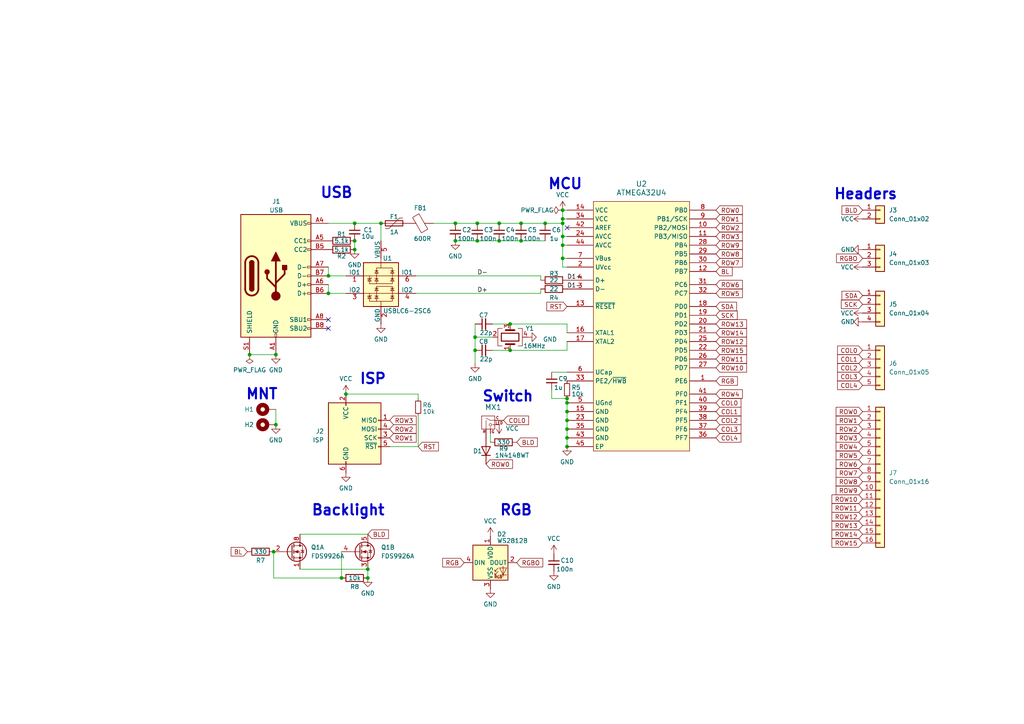
<source format=kicad_sch>
(kicad_sch (version 20211123) (generator eeschema)
  (paper "A4")
  (title_block (title "micro") (date "2021-06-26") (rev "1.0") (company "0xCB") (comment 1 "Conor Burns"))
  (lib_symbols
    (symbol "0xcb:ATMEGA32U4"
      (property "Reference" "U" (at -17.78 30.48 0))
      (property "Value" "ATMEGA32U4" (at -5.08 30.48 0))
      (symbol "ATMEGA32U4_1_1"
        (pin bidirectional line (at 16.51 -22.86 180) (length 7.62) (name "PE6") (number "1"))
        (pin bidirectional line (at 16.51 21.59 180) (length 7.62) (name "PB2/MOSI") (number "10"))
        (pin bidirectional line (at 16.51 19.05 180) (length 7.62) (name "PB3/MISO") (number "11"))
        (pin bidirectional line (at 16.51 8.89 180) (length 7.62) (name "PB7") (number "12"))
        (pin input line (at -26.67 -1.27 0) (length 7.62) (name "~{RESET}") (number "13"))
        (pin power_in line (at -26.67 26.67 0) (length 7.62) (name "VCC") (number "14"))
        (pin power_in line (at -26.67 -31.75 0) (length 7.62) (name "GND") (number "15"))
        (pin input line (at -26.67 -8.89 0) (length 7.62) (name "XTAL1") (number "16"))
        (pin output line (at -26.67 -11.43 0) (length 7.62) (name "XTAL2") (number "17"))
        (pin bidirectional line (at 16.51 -1.27 180) (length 7.62) (name "PD0") (number "18"))
        (pin bidirectional line (at 16.51 -3.81 180) (length 7.62) (name "PD1") (number "19"))
        (pin power_in line (at -26.67 10.16 0) (length 7.62) (name "UVcc") (number "2"))
        (pin bidirectional line (at 16.51 -6.35 180) (length 7.62) (name "PD2") (number "20"))
        (pin bidirectional line (at 16.51 -8.89 180) (length 7.62) (name "PD3") (number "21"))
        (pin bidirectional line (at 16.51 -13.97 180) (length 7.62) (name "PD5") (number "22"))
        (pin power_in line (at -26.67 -34.29 0) (length 7.62) (name "GND") (number "23"))
        (pin power_in line (at -26.67 19.05 0) (length 7.62) (name "AVCC") (number "24"))
        (pin bidirectional line (at 16.51 -11.43 180) (length 7.62) (name "PD4") (number "25"))
        (pin bidirectional line (at 16.51 -16.51 180) (length 7.62) (name "PD6") (number "26"))
        (pin bidirectional line (at 16.51 -19.05 180) (length 7.62) (name "PD7") (number "27"))
        (pin bidirectional line (at 16.51 16.51 180) (length 7.62) (name "PB4") (number "28"))
        (pin bidirectional line (at 16.51 13.97 180) (length 7.62) (name "PB5") (number "29"))
        (pin bidirectional line (at -26.67 3.81 0) (length 7.62) (name "D-") (number "3"))
        (pin bidirectional line (at 16.51 11.43 180) (length 7.62) (name "PB6") (number "30"))
        (pin bidirectional line (at 16.51 5.08 180) (length 7.62) (name "PC6") (number "31"))
        (pin bidirectional line (at 16.51 2.54 180) (length 7.62) (name "PC7") (number "32"))
        (pin bidirectional line (at -26.67 -22.86 0) (length 7.62) (name "PE2/~{HWB}") (number "33"))
        (pin power_in line (at -26.67 24.13 0) (length 7.62) (name "VCC") (number "34"))
        (pin power_in line (at -26.67 -36.83 0) (length 7.62) (name "GND") (number "35"))
        (pin bidirectional line (at 16.51 -39.37 180) (length 7.62) (name "PF7") (number "36"))
        (pin bidirectional line (at 16.51 -36.83 180) (length 7.62) (name "PF6") (number "37"))
        (pin bidirectional line (at 16.51 -34.29 180) (length 7.62) (name "PF5") (number "38"))
        (pin bidirectional line (at 16.51 -31.75 180) (length 7.62) (name "PF4") (number "39"))
        (pin bidirectional line (at -26.67 6.35 0) (length 7.62) (name "D+") (number "4"))
        (pin bidirectional line (at 16.51 -29.21 180) (length 7.62) (name "PF1") (number "40"))
        (pin bidirectional line (at 16.51 -26.67 180) (length 7.62) (name "PF0") (number "41"))
        (pin input line (at -26.67 21.59 0) (length 7.62) (name "AREF") (number "42"))
        (pin power_in line (at -26.67 -39.37 0) (length 7.62) (name "GND") (number "43"))
        (pin power_in line (at -26.67 16.51 0) (length 7.62) (name "AVCC") (number "44"))
        (pin power_in line (at -26.67 -41.91 0) (length 7.62) (name "EP") (number "45"))
        (pin power_in line (at -26.67 -29.21 0) (length 7.62) (name "UGnd") (number "5"))
        (pin input line (at -26.67 -20.32 0) (length 7.62) (name "UCap") (number "6"))
        (pin input line (at -26.67 12.7 0) (length 7.62) (name "VBus") (number "7"))
        (pin bidirectional line (at 16.51 26.67 180) (length 7.62) (name "PB0") (number "8"))
        (pin bidirectional line (at 16.51 24.13 180) (length 7.62) (name "PB1/SCK") (number "9"))
      )
    )
    (symbol "0xcb:Ferrite_Bead" (pin_numbers hide) (pin_names (offset 0))
      (property "Reference" "FB" (at -2.54 1.27 0))
      (property "Value" "Ferrite_Bead" (at 0 3.81 0))
      (symbol "Ferrite_Bead_1_1"
        (pin power_out line (at 3.81 0 180) (length 2.54) (name "~") (number "1"))
        (pin passive line (at -3.81 0 0) (length 2.54) (name "~") (number "2"))
      )
    )
    (symbol "0xcb:MX-LED" (pin_names (offset 1.016))
      (property "Reference" "MX2" (at -0.635 -4.1945 90))
      (symbol "MX-LED_0_0"
        (text "C" (at 2.032 2.032 0) (effects (font (size 0.762 0.762))))
        (text "LED" (at 2.54 0.508 0) (effects (font (size 0.762 0.762))))
        (text "R" (at -2.286 -2.032 0) (effects (font (size 0.762 0.762)) (justify left)))
      )
      (symbol "MX-LED_1_0"
        (text "G" (at 0.254 -2.032 0) (effects (font (size 0.762 0.762)) (justify left)))
      )
      (symbol "MX-LED_1_1"
        (pin passive line (at 3.81 1.27 180) (length 2.54) (name "COL") (number "1"))
        (pin passive line (at -1.27 -3.81 90) (length 2.54) (name "ROW") (number "2"))
        (pin input line (at 2.54 0 180) (length 1.27) (name "LED") (number "3"))
        (pin passive line (at 0 -2.54 90) (length 1.27) (name "LEDGND") (number "4"))
      )
    )
    (symbol "0xcb:USBLC6-2SC6" (pin_names (offset 0))
      (property "Reference" "U" (at -7.62 8.89 0))
      (property "Value" "USBLC6-2SC6" (at 7.62 7.62 0))
      (symbol "USBLC6-2SC6_1_1"
        (pin passive line (at -10.16 2.54 0) (length 5.08) (name "IO1") (number "1"))
        (pin passive line (at 0 -11.43 90) (length 5.08) (name "GND") (number "2"))
        (pin passive line (at -10.16 -2.54 0) (length 5.08) (name "IO2") (number "3"))
        (pin passive line (at 10.16 -2.54 180) (length 5.08) (name "IO2") (number "4"))
        (pin passive line (at 0 12.7 270) (length 5.08) (name "VBUS") (number "5"))
        (pin passive line (at 10.16 2.54 180) (length 5.08) (name "IO1") (number "6"))
      )
    )
    (symbol "Connector:AVR-ISP-6" (pin_names (offset 1.016))
      (property "Reference" "J" (at -6.35 11.43 0))
      (property "Value" "AVR-ISP-6" (at 0 11.43 0))
      (symbol "AVR-ISP-6_1_1"
        (pin passive line (at 10.16 5.08 180) (length 2.54) (name "MISO") (number "1"))
        (pin passive line (at -2.54 12.7 270) (length 2.54) (name "VCC") (number "2"))
        (pin passive line (at 10.16 0 180) (length 2.54) (name "SCK") (number "3"))
        (pin passive line (at 10.16 2.54 180) (length 2.54) (name "MOSI") (number "4"))
        (pin passive line (at 10.16 -2.54 180) (length 2.54) (name "~{RST}") (number "5"))
        (pin passive line (at -2.54 -10.16 90) (length 2.54) (name "GND") (number "6"))
      )
    )
    (symbol "Connector:USB_C_Receptacle_USB2.0" (pin_names (offset 1.016))
      (property "Reference" "J" (at -10.16 19.05 0))
      (property "Value" "USB_C_Receptacle_USB2.0" (at 19.05 19.05 0))
      (symbol "USB_C_Receptacle_USB2.0_1_1"
        (pin passive line (at 0 -22.86 90) (length 5.08) (name "GND") (number "A1"))
        (pin passive line (at 0 -22.86 90) (length 5.08) hide (name "GND") (number "A12"))
        (pin passive line (at 15.24 15.24 180) (length 5.08) (name "VBUS") (number "A4"))
        (pin bidirectional line (at 15.24 10.16 180) (length 5.08) (name "CC1") (number "A5"))
        (pin bidirectional line (at 15.24 -2.54 180) (length 5.08) (name "D+") (number "A6"))
        (pin bidirectional line (at 15.24 2.54 180) (length 5.08) (name "D-") (number "A7"))
        (pin bidirectional line (at 15.24 -12.7 180) (length 5.08) (name "SBU1") (number "A8"))
        (pin passive line (at 15.24 15.24 180) (length 5.08) hide (name "VBUS") (number "A9"))
        (pin passive line (at 0 -22.86 90) (length 5.08) hide (name "GND") (number "B1"))
        (pin passive line (at 0 -22.86 90) (length 5.08) hide (name "GND") (number "B12"))
        (pin passive line (at 15.24 15.24 180) (length 5.08) hide (name "VBUS") (number "B4"))
        (pin bidirectional line (at 15.24 7.62 180) (length 5.08) (name "CC2") (number "B5"))
        (pin bidirectional line (at 15.24 -5.08 180) (length 5.08) (name "D+") (number "B6"))
        (pin bidirectional line (at 15.24 0 180) (length 5.08) (name "D-") (number "B7"))
        (pin bidirectional line (at 15.24 -15.24 180) (length 5.08) (name "SBU2") (number "B8"))
        (pin passive line (at 15.24 15.24 180) (length 5.08) hide (name "VBUS") (number "B9"))
        (pin passive line (at -7.62 -22.86 90) (length 5.08) (name "SHIELD") (number "S1"))
      )
    )
    (symbol "Connector_Generic:Conn_01x02" (pin_names (offset 1.016) hide)
      (property "Reference" "J" (at 0 2.54 0))
      (property "Value" "Conn_01x02" (at 0 -5.08 0))
      (symbol "Conn_01x02_1_1"
        (pin passive line (at -5.08 0 0) (length 3.81) (name "Pin_1") (number "1"))
        (pin passive line (at -5.08 -2.54 0) (length 3.81) (name "Pin_2") (number "2"))
      )
    )
    (symbol "Connector_Generic:Conn_01x03" (pin_names (offset 1.016) hide)
      (property "Reference" "J" (at 0 5.08 0))
      (property "Value" "Conn_01x03" (at 0 -5.08 0))
      (symbol "Conn_01x03_1_1"
        (pin passive line (at -5.08 2.54 0) (length 3.81) (name "Pin_1") (number "1"))
        (pin passive line (at -5.08 0 0) (length 3.81) (name "Pin_2") (number "2"))
        (pin passive line (at -5.08 -2.54 0) (length 3.81) (name "Pin_3") (number "3"))
      )
    )
    (symbol "Connector_Generic:Conn_01x04" (pin_names (offset 1.016) hide)
      (property "Reference" "J" (at 0 5.08 0))
      (property "Value" "Conn_01x04" (at 0 -7.62 0))
      (symbol "Conn_01x04_1_1"
        (pin passive line (at -5.08 2.54 0) (length 3.81) (name "Pin_1") (number "1"))
        (pin passive line (at -5.08 0 0) (length 3.81) (name "Pin_2") (number "2"))
        (pin passive line (at -5.08 -2.54 0) (length 3.81) (name "Pin_3") (number "3"))
        (pin passive line (at -5.08 -5.08 0) (length 3.81) (name "Pin_4") (number "4"))
      )
    )
    (symbol "Connector_Generic:Conn_01x05" (pin_names (offset 1.016) hide)
      (property "Reference" "J" (at 0 7.62 0))
      (property "Value" "Conn_01x05" (at 0 -7.62 0))
      (symbol "Conn_01x05_1_1"
        (pin passive line (at -5.08 5.08 0) (length 3.81) (name "Pin_1") (number "1"))
        (pin passive line (at -5.08 2.54 0) (length 3.81) (name "Pin_2") (number "2"))
        (pin passive line (at -5.08 0 0) (length 3.81) (name "Pin_3") (number "3"))
        (pin passive line (at -5.08 -2.54 0) (length 3.81) (name "Pin_4") (number "4"))
        (pin passive line (at -5.08 -5.08 0) (length 3.81) (name "Pin_5") (number "5"))
      )
    )
    (symbol "Connector_Generic:Conn_01x16" (pin_names (offset 1.016) hide)
      (property "Reference" "J" (at 0 20.32 0))
      (property "Value" "Conn_01x16" (at 0 -22.86 0))
      (symbol "Conn_01x16_1_1"
        (pin passive line (at -5.08 17.78 0) (length 3.81) (name "Pin_1") (number "1"))
        (pin passive line (at -5.08 -5.08 0) (length 3.81) (name "Pin_10") (number "10"))
        (pin passive line (at -5.08 -7.62 0) (length 3.81) (name "Pin_11") (number "11"))
        (pin passive line (at -5.08 -10.16 0) (length 3.81) (name "Pin_12") (number "12"))
        (pin passive line (at -5.08 -12.7 0) (length 3.81) (name "Pin_13") (number "13"))
        (pin passive line (at -5.08 -15.24 0) (length 3.81) (name "Pin_14") (number "14"))
        (pin passive line (at -5.08 -17.78 0) (length 3.81) (name "Pin_15") (number "15"))
        (pin passive line (at -5.08 -20.32 0) (length 3.81) (name "Pin_16") (number "16"))
        (pin passive line (at -5.08 15.24 0) (length 3.81) (name "Pin_2") (number "2"))
        (pin passive line (at -5.08 12.7 0) (length 3.81) (name "Pin_3") (number "3"))
        (pin passive line (at -5.08 10.16 0) (length 3.81) (name "Pin_4") (number "4"))
        (pin passive line (at -5.08 7.62 0) (length 3.81) (name "Pin_5") (number "5"))
        (pin passive line (at -5.08 5.08 0) (length 3.81) (name "Pin_6") (number "6"))
        (pin passive line (at -5.08 2.54 0) (length 3.81) (name "Pin_7") (number "7"))
        (pin passive line (at -5.08 0 0) (length 3.81) (name "Pin_8") (number "8"))
        (pin passive line (at -5.08 -2.54 0) (length 3.81) (name "Pin_9") (number "9"))
      )
    )
    (symbol "Device:C_Small" (pin_numbers hide) (pin_names (offset 0.254) hide)
      (property "Reference" "C" (at 0.254 1.778 0))
      (property "Value" "C_Small" (at 0.254 -2.032 0))
      (symbol "C_Small_1_1"
        (pin passive line (at 0 2.54 270) (length 2.032) (name "~") (number "1"))
        (pin passive line (at 0 -2.54 90) (length 2.032) (name "~") (number "2"))
      )
    )
    (symbol "Device:Crystal_GND24" (pin_names (offset 1.016) hide)
      (property "Reference" "Y" (at 3.175 5.08 0))
      (property "Value" "Crystal_GND24" (at 3.175 3.175 0))
      (symbol "Crystal_GND24_1_1"
        (pin passive line (at -3.81 0 0) (length 1.27) (name "1") (number "1"))
        (pin passive line (at 0 5.08 270) (length 1.27) (name "2") (number "2"))
        (pin passive line (at 3.81 0 180) (length 1.27) (name "3") (number "3"))
        (pin passive line (at 0 -5.08 90) (length 1.27) (name "4") (number "4"))
      )
    )
    (symbol "Device:Polyfuse" (pin_numbers hide) (pin_names (offset 0))
      (property "Reference" "F" (at -2.54 0 90))
      (property "Value" "Polyfuse" (at 2.54 0 90))
      (symbol "Polyfuse_1_1"
        (pin passive line (at 0 3.81 270) (length 1.27) (name "~") (number "1"))
        (pin passive line (at 0 -3.81 90) (length 1.27) (name "~") (number "2"))
      )
    )
    (symbol "Device:R" (pin_numbers hide) (pin_names (offset 0))
      (property "Reference" "R" (at 2.032 0 90))
      (property "Value" "R" (at 0 0 90))
      (symbol "R_1_1"
        (pin passive line (at 0 3.81 270) (length 1.27) (name "~") (number "1"))
        (pin passive line (at 0 -3.81 90) (length 1.27) (name "~") (number "2"))
      )
    )
    (symbol "Device:R_Small" (pin_numbers hide) (pin_names (offset 0.254) hide)
      (property "Reference" "R" (at 0.762 0.508 0))
      (property "Value" "R_Small" (at 0.762 -1.016 0))
      (symbol "R_Small_1_1"
        (pin passive line (at 0 2.54 270) (length 0.762) (name "~") (number "1"))
        (pin passive line (at 0 -2.54 90) (length 0.762) (name "~") (number "2"))
      )
    )
    (symbol "Diode:1N4148WT" (pin_numbers hide) (pin_names (offset 1.016) hide)
      (property "Reference" "D" (at 0 2.54 0))
      (property "Value" "1N4148WT" (at 0 -2.54 0))
      (symbol "1N4148WT_1_1"
        (pin passive line (at -3.81 0 0) (length 2.54) (name "K") (number "1"))
        (pin passive line (at 3.81 0 180) (length 2.54) (name "A") (number "2"))
      )
    )
    (symbol "LED:WS2812B" (pin_names (offset 0.254))
      (property "Reference" "D" (at 5.08 5.715 0))
      (property "Value" "WS2812B" (at 1.27 -5.715 0))
      (symbol "WS2812B_0_0"
        (text "RGB" (at 2.286 -4.191 0) (effects (font (size 0.762 0.762))))
      )
      (symbol "WS2812B_1_1"
        (pin power_in line (at 0 7.62 270) (length 2.54) (name "VDD") (number "1"))
        (pin output line (at 7.62 0 180) (length 2.54) (name "DOUT") (number "2"))
        (pin power_in line (at 0 -7.62 90) (length 2.54) (name "VSS") (number "3"))
        (pin input line (at -7.62 0 0) (length 2.54) (name "DIN") (number "4"))
      )
    )
    (symbol "Mechanical:MountingHole_Pad" (pin_numbers hide) (pin_names (offset 1.016) hide)
      (property "Reference" "H" (at 0 6.35 0))
      (property "Value" "MountingHole_Pad" (at 0 4.445 0))
      (symbol "MountingHole_Pad_1_1"
        (pin input line (at 0 -2.54 90) (length 2.54) (name "1") (number "1"))
      )
    )
    (symbol "Transistor_FET:FDS9926A" (pin_names hide)
      (property "Reference" "Q" (at 5.08 1.905 0))
      (property "Value" "FDS9926A" (at 5.08 0 0))
      (symbol "FDS9926A_1_1"
        (pin passive line (at 2.54 -5.08 90) (length 2.54) (name "S1") (number "1"))
        (pin passive line (at -5.08 0 0) (length 2.54) (name "G1") (number "2"))
        (pin passive line (at 2.54 5.08 270) (length 2.54) hide (name "D1") (number "7"))
        (pin passive line (at 2.54 5.08 270) (length 2.54) (name "D1") (number "8"))
      )
      (symbol "FDS9926A_2_1"
        (pin passive line (at 2.54 -5.08 90) (length 2.54) (name "S2") (number "3"))
        (pin passive line (at -5.08 0 0) (length 2.54) (name "G2") (number "4"))
        (pin passive line (at 2.54 5.08 270) (length 2.54) (name "D2") (number "5"))
        (pin passive line (at 2.54 5.08 270) (length 2.54) hide (name "D2") (number "6"))
      )
    )
    (symbol "power:GND" (power) (pin_names (offset 0))
      (property "Value" "GND" (at 0 -3.81 0))
      (symbol "GND_1_1"
        (pin power_in line (at 0 0 270) (length 0) hide (name "GND") (number "1"))
      )
    )
    (symbol "power:PWR_FLAG" (power) (pin_numbers hide) (pin_names (offset 0) hide)
      (property "Value" "PWR_FLAG" (at 0 3.81 0))
      (symbol "PWR_FLAG_0_0"
        (pin power_out line (at 0 0 90) (length 0) (name "pwr") (number "1"))
      )
    )
    (symbol "power:VCC" (power) (pin_names (offset 0))
      (property "Value" "VCC" (at 0 3.81 0))
      (symbol "VCC_1_1"
        (pin power_in line (at 0 0 90) (length 0) hide (name "VCC") (number "1"))
      )
    )
  )
  (junction (at 163.195 68.58) (diameter 0.9144))
  (junction (at 99.06 167.64) (diameter 0.9144))
  (junction (at 137.795 97.79) (diameter 0.9144))
  (junction (at 95.25 85.09) (diameter 0.9144))
  (junction (at 163.195 60.96) (diameter 0.9144))
  (junction (at 158.115 64.77) (diameter 0.9144))
  (junction (at 106.68 167.64) (diameter 0.9144))
  (junction (at 102.87 64.77) (diameter 0.9144))
  (junction (at 72.39 102.87) (diameter 0.9144))
  (junction (at 80.01 102.87) (diameter 0.9144))
  (junction (at 163.195 74.93) (diameter 0.9144))
  (junction (at 163.195 63.5) (diameter 0.9144))
  (junction (at 151.13 69.85) (diameter 0.9144))
  (junction (at 164.465 119.38) (diameter 0.9144))
  (junction (at 164.465 124.46) (diameter 0.9144))
  (junction (at 144.78 64.77) (diameter 0.9144))
  (junction (at 144.78 69.85) (diameter 0.9144))
  (junction (at 132.08 64.77) (diameter 0.9144))
  (junction (at 163.195 71.12) (diameter 0.9144))
  (junction (at 137.795 101.6) (diameter 0.9144))
  (junction (at 80.01 123.19) (diameter 0.9144))
  (junction (at 151.13 64.77) (diameter 0.9144))
  (junction (at 147.955 101.6) (diameter 0.9144))
  (junction (at 138.43 64.77) (diameter 0.9144))
  (junction (at 106.68 165.1) (diameter 0.9144))
  (junction (at 164.465 129.54) (diameter 0.9144))
  (junction (at 79.375 160.02) (diameter 0.9144))
  (junction (at 164.465 115.57) (diameter 0.9144))
  (junction (at 102.87 69.85) (diameter 0.9144))
  (junction (at 102.87 72.39) (diameter 0.9144))
  (junction (at 147.955 93.98) (diameter 0.9144))
  (junction (at 164.465 127) (diameter 0.9144))
  (junction (at 100.33 114.3) (diameter 0.9144))
  (junction (at 95.25 80.01) (diameter 0.9144))
  (junction (at 164.465 121.92) (diameter 0.9144))
  (junction (at 138.43 69.85) (diameter 0.9144))
  (junction (at 132.08 69.85) (diameter 0.9144))
  (junction (at 110.49 64.77) (diameter 0.9144))
  (junction (at 164.465 116.84) (diameter 0.9144))
  (junction (at 163.195 64.77) (diameter 0.9144))
  (no_connect (at 164.465 66.04))
  (no_connect (at 95.25 92.71))
  (no_connect (at 95.25 95.25))
  (wire (pts (xy 95.25 64.77) (xy 102.87 64.77)))
  (wire (pts (xy 102.87 64.77) (xy 110.49 64.77)))
  (wire (pts (xy 110.49 64.77) (xy 110.49 69.85)))
  (wire (pts (xy 137.795 97.79) (xy 142.875 97.79)))
  (wire (pts (xy 72.39 102.87) (xy 80.01 102.87)))
  (wire (pts (xy 95.25 82.55) (xy 95.25 85.09)))
  (wire (pts (xy 137.795 93.98) (xy 137.795 97.79)))
  (wire (pts (xy 137.795 97.79) (xy 137.795 101.6)))
  (wire (pts (xy 125.73 64.77) (xy 132.08 64.77)))
  (wire (pts (xy 132.08 64.77) (xy 138.43 64.77)))
  (wire (pts (xy 138.43 64.77) (xy 144.78 64.77)))
  (wire (pts (xy 144.78 64.77) (xy 151.13 64.77)))
  (wire (pts (xy 151.13 64.77) (xy 158.115 64.77)))
  (wire (pts (xy 160.02 107.95) (xy 164.465 107.95)))
  (wire (pts (xy 164.465 93.98) (xy 147.955 93.98)))
  (wire (pts (xy 164.465 96.52) (xy 164.465 93.98)))
  (wire (pts (xy 80.01 118.745) (xy 80.01 123.19)))
  (wire (pts (xy 95.25 80.01) (xy 100.33 80.01)))
  (wire (pts (xy 137.795 101.6) (xy 137.795 105.41)))
  (wire (pts (xy 120.65 80.01) (xy 156.845 80.01)))
  (wire (pts (xy 156.845 80.01) (xy 156.845 81.28)))
  (wire (pts (xy 163.195 64.77) (xy 158.115 64.77)))
  (wire (pts (xy 106.68 165.1) (xy 106.68 167.64)))
  (wire (pts (xy 142.24 128.27) (xy 142.24 125.73)))
  (wire (pts (xy 120.65 85.09) (xy 156.845 85.09)))
  (wire (pts (xy 156.845 85.09) (xy 156.845 83.82)))
  (wire (pts (xy 86.995 165.1) (xy 106.68 165.1)))
  (wire (pts (xy 163.195 63.5) (xy 163.195 64.77)))
  (wire (pts (xy 163.195 64.77) (xy 163.195 68.58)))
  (wire (pts (xy 163.195 68.58) (xy 163.195 71.12)))
  (wire (pts (xy 163.195 71.12) (xy 163.195 74.93)))
  (wire (pts (xy 163.195 74.93) (xy 163.195 77.47)))
  (wire (pts (xy 163.195 77.47) (xy 164.465 77.47)))
  (wire (pts (xy 164.465 60.96) (xy 163.195 60.96)))
  (wire (pts (xy 102.87 69.85) (xy 102.87 72.39)))
  (wire (pts (xy 113.03 129.54) (xy 121.285 129.54)))
  (wire (pts (xy 142.875 101.6) (xy 147.955 101.6)))
  (wire (pts (xy 164.465 115.57) (xy 164.465 116.84)))
  (wire (pts (xy 164.465 116.84) (xy 164.465 119.38)))
  (wire (pts (xy 164.465 119.38) (xy 164.465 121.92)))
  (wire (pts (xy 164.465 121.92) (xy 164.465 124.46)))
  (wire (pts (xy 164.465 124.46) (xy 164.465 127)))
  (wire (pts (xy 164.465 127) (xy 164.465 129.54)))
  (wire (pts (xy 163.195 68.58) (xy 164.465 68.58)))
  (wire (pts (xy 95.25 77.47) (xy 95.25 80.01)))
  (wire (pts (xy 142.875 93.98) (xy 147.955 93.98)))
  (wire (pts (xy 86.995 154.94) (xy 106.68 154.94)))
  (wire (pts (xy 121.285 120.65) (xy 121.285 129.54)))
  (wire (pts (xy 132.08 69.85) (xy 138.43 69.85)))
  (wire (pts (xy 138.43 69.85) (xy 144.78 69.85)))
  (wire (pts (xy 144.78 69.85) (xy 151.13 69.85)))
  (wire (pts (xy 151.13 69.85) (xy 158.115 69.85)))
  (wire (pts (xy 147.955 101.6) (xy 164.465 101.6)))
  (wire (pts (xy 164.465 101.6) (xy 164.465 99.06)))
  (wire (pts (xy 163.195 63.5) (xy 163.195 60.96)))
  (wire (pts (xy 121.285 114.3) (xy 100.33 114.3)))
  (wire (pts (xy 121.285 115.57) (xy 121.285 114.3)))
  (wire (pts (xy 163.195 74.93) (xy 164.465 74.93)))
  (wire (pts (xy 79.375 160.02) (xy 79.375 167.64)))
  (wire (pts (xy 79.375 167.64) (xy 99.06 167.64)))
  (wire (pts (xy 99.06 167.64) (xy 99.06 160.02)))
  (wire (pts (xy 95.25 85.09) (xy 100.33 85.09)))
  (wire (pts (xy 163.195 63.5) (xy 164.465 63.5)))
  (wire (pts (xy 160.02 113.03) (xy 160.02 115.57)))
  (wire (pts (xy 160.02 115.57) (xy 164.465 115.57)))
  (wire (pts (xy 163.195 71.12) (xy 164.465 71.12)))
  (text "Switch" (at 139.7 116.84 0) (effects (font (size 3 3) (thickness 0.6) bold) (justify left bottom)))
  (text "ISP" (at 104.14 111.76 0) (effects (font (size 3 3) (thickness 0.6) bold) (justify left bottom)))
  (text "Backlight" (at 90.17 149.86 0) (effects (font (size 3 3) (thickness 0.6) bold) (justify left bottom)))
  (text "MNT" (at 71.12 116.205 0) (effects (font (size 3 3) (thickness 0.6) bold) (justify left bottom)))
  (text "RGB" (at 144.78 149.86 0) (effects (font (size 3 3) (thickness 0.6) bold) (justify left bottom)))
  (text "Headers" (at 241.681 58.166 0) (effects (font (size 3 3) (thickness 0.6) bold) (justify left bottom)))
  (text "USB" (at 92.71 57.785 0) (effects (font (size 3 3) (thickness 0.6) bold) (justify left bottom)))
  (text "MCU" (at 158.75 55.245 0) (effects (font (size 3 3) (thickness 0.6) bold) (justify left bottom)))
  (label "D-" (at 138.43 80.01 0))
  (label "D1+" (at 164.465 81.28 0))
  (label "D+" (at 138.43 85.09 0))
  (label "D1-" (at 164.465 83.82 0))
  (global_label "COL1" (shape input) (at 250.19 104.14 180) (property "Intersheet References" "${INTERSHEET_REFS}" (effects hide)))
  (global_label "COL1" (shape input) (at 207.645 119.38 0) (property "Intersheet References" "${INTERSHEET_REFS}" (effects hide)))
  (global_label "COL0" (shape input) (at 146.05 121.92 0) (property "Intersheet References" "${INTERSHEET_REFS}" (effects hide)))
  (global_label "SCK" (shape input) (at 250.19 88.265 180) (property "Intersheet References" "${INTERSHEET_REFS}" (effects hide)))
  (global_label "COL4" (shape input) (at 250.19 111.76 180) (property "Intersheet References" "${INTERSHEET_REFS}" (effects hide)))
  (global_label "BLD" (shape input) (at 250.19 60.96 180) (property "Intersheet References" "${INTERSHEET_REFS}" (effects hide)))
  (global_label "SDA" (shape input) (at 207.645 88.9 0) (property "Intersheet References" "${INTERSHEET_REFS}" (effects hide)))
  (global_label "ROW5" (shape input) (at 207.645 85.09 0) (property "Intersheet References" "${INTERSHEET_REFS}" (effects hide)))
  (global_label "ROW3" (shape input) (at 113.03 121.92 0) (property "Intersheet References" "${INTERSHEET_REFS}" (effects hide)))
  (global_label "ROW3" (shape input) (at 207.645 68.58 0) (property "Intersheet References" "${INTERSHEET_REFS}" (effects hide)))
  (global_label "ROW3" (shape input) (at 250.19 127 180) (property "Intersheet References" "${INTERSHEET_REFS}" (effects hide)))
  (global_label "RST" (shape input) (at 121.285 129.54 0) (property "Intersheet References" "${INTERSHEET_REFS}" (effects hide)))
  (global_label "RGBO" (shape input) (at 149.86 163.195 0) (property "Intersheet References" "${INTERSHEET_REFS}" (effects hide)))
  (global_label "ROW2" (shape input) (at 250.19 124.46 180) (property "Intersheet References" "${INTERSHEET_REFS}" (effects hide)))
  (global_label "ROW0" (shape input) (at 140.97 134.62 0) (property "Intersheet References" "${INTERSHEET_REFS}" (effects hide)))
  (global_label "COL0" (shape input) (at 250.19 101.6 180) (property "Intersheet References" "${INTERSHEET_REFS}" (effects hide)))
  (global_label "ROW13" (shape input) (at 207.645 93.98 0) (property "Intersheet References" "${INTERSHEET_REFS}" (effects hide)))
  (global_label "BL" (shape input) (at 71.755 160.02 180) (property "Intersheet References" "${INTERSHEET_REFS}" (effects hide)))
  (global_label "COL0" (shape input) (at 207.645 116.84 0) (property "Intersheet References" "${INTERSHEET_REFS}" (effects hide)))
  (global_label "COL3" (shape input) (at 250.19 109.22 180) (property "Intersheet References" "${INTERSHEET_REFS}" (effects hide)))
  (global_label "ROW7" (shape input) (at 207.645 76.2 0) (property "Intersheet References" "${INTERSHEET_REFS}" (effects hide)))
  (global_label "RGB" (shape input) (at 134.62 163.195 180) (property "Intersheet References" "${INTERSHEET_REFS}" (effects hide)))
  (global_label "ROW0" (shape input) (at 250.19 119.38 180) (property "Intersheet References" "${INTERSHEET_REFS}" (effects hide)))
  (global_label "BL" (shape input) (at 207.645 78.74 0) (property "Intersheet References" "${INTERSHEET_REFS}" (effects hide)))
  (global_label "ROW2" (shape input) (at 207.645 66.04 0) (property "Intersheet References" "${INTERSHEET_REFS}" (effects hide)))
  (global_label "ROW1" (shape input) (at 250.19 121.92 180) (property "Intersheet References" "${INTERSHEET_REFS}" (effects hide)))
  (global_label "RST" (shape input) (at 164.465 88.9 180) (property "Intersheet References" "${INTERSHEET_REFS}" (effects hide)))
  (global_label "ROW0" (shape input) (at 207.645 60.96 0) (property "Intersheet References" "${INTERSHEET_REFS}" (effects hide)))
  (global_label "ROW10" (shape input) (at 250.19 144.78 180) (property "Intersheet References" "${INTERSHEET_REFS}" (effects hide)))
  (global_label "ROW6" (shape input) (at 250.19 134.62 180) (property "Intersheet References" "${INTERSHEET_REFS}" (effects hide)))
  (global_label "ROW9" (shape input) (at 250.19 142.24 180) (property "Intersheet References" "${INTERSHEET_REFS}" (effects hide)))
  (global_label "ROW6" (shape input) (at 207.645 82.55 0) (property "Intersheet References" "${INTERSHEET_REFS}" (effects hide)))
  (global_label "ROW1" (shape input) (at 207.645 63.5 0) (property "Intersheet References" "${INTERSHEET_REFS}" (effects hide)))
  (global_label "ROW2" (shape input) (at 113.03 124.46 0) (property "Intersheet References" "${INTERSHEET_REFS}" (effects hide)))
  (global_label "ROW11" (shape input) (at 207.645 104.14 0) (property "Intersheet References" "${INTERSHEET_REFS}" (effects hide)))
  (global_label "ROW5" (shape input) (at 250.19 132.08 180) (property "Intersheet References" "${INTERSHEET_REFS}" (effects hide)))
  (global_label "ROW11" (shape input) (at 250.19 147.32 180) (property "Intersheet References" "${INTERSHEET_REFS}" (effects hide)))
  (global_label "ROW14" (shape input) (at 250.19 154.94 180) (property "Intersheet References" "${INTERSHEET_REFS}" (effects hide)))
  (global_label "ROW10" (shape input) (at 207.645 106.68 0) (property "Intersheet References" "${INTERSHEET_REFS}" (effects hide)))
  (global_label "RGB" (shape input) (at 207.645 110.49 0) (property "Intersheet References" "${INTERSHEET_REFS}" (effects hide)))
  (global_label "ROW15" (shape input) (at 207.645 101.6 0) (property "Intersheet References" "${INTERSHEET_REFS}" (effects hide)))
  (global_label "ROW7" (shape input) (at 250.19 137.16 180) (property "Intersheet References" "${INTERSHEET_REFS}" (effects hide)))
  (global_label "ROW4" (shape input) (at 250.19 129.54 180) (property "Intersheet References" "${INTERSHEET_REFS}" (effects hide)))
  (global_label "ROW12" (shape input) (at 250.19 149.86 180) (property "Intersheet References" "${INTERSHEET_REFS}" (effects hide)))
  (global_label "ROW13" (shape input) (at 250.19 152.4 180) (property "Intersheet References" "${INTERSHEET_REFS}" (effects hide)))
  (global_label "SDA" (shape input) (at 250.19 85.725 180) (property "Intersheet References" "${INTERSHEET_REFS}" (effects hide)))
  (global_label "COL4" (shape input) (at 207.645 127 0) (property "Intersheet References" "${INTERSHEET_REFS}" (effects hide)))
  (global_label "ROW9" (shape input) (at 207.645 71.12 0) (property "Intersheet References" "${INTERSHEET_REFS}" (effects hide)))
  (global_label "COL2" (shape input) (at 207.645 121.92 0) (property "Intersheet References" "${INTERSHEET_REFS}" (effects hide)))
  (global_label "COL2" (shape input) (at 250.19 106.68 180) (property "Intersheet References" "${INTERSHEET_REFS}" (effects hide)))
  (global_label "ROW1" (shape input) (at 113.03 127 0) (property "Intersheet References" "${INTERSHEET_REFS}" (effects hide)))
  (global_label "ROW8" (shape input) (at 207.645 73.66 0) (property "Intersheet References" "${INTERSHEET_REFS}" (effects hide)))
  (global_label "ROW4" (shape input) (at 207.645 114.3 0) (property "Intersheet References" "${INTERSHEET_REFS}" (effects hide)))
  (global_label "ROW12" (shape input) (at 207.645 99.06 0) (property "Intersheet References" "${INTERSHEET_REFS}" (effects hide)))
  (global_label "COL3" (shape input) (at 207.645 124.46 0) (property "Intersheet References" "${INTERSHEET_REFS}" (effects hide)))
  (global_label "BLD" (shape input) (at 106.68 154.94 0) (property "Intersheet References" "${INTERSHEET_REFS}" (effects hide)))
  (global_label "RGBO" (shape input) (at 250.19 74.93 180) (property "Intersheet References" "${INTERSHEET_REFS}" (effects hide)))
  (global_label "ROW14" (shape input) (at 207.645 96.52 0) (property "Intersheet References" "${INTERSHEET_REFS}" (effects hide)))
  (global_label "BLD" (shape input) (at 149.86 128.27 0) (property "Intersheet References" "${INTERSHEET_REFS}" (effects hide)))
  (global_label "ROW8" (shape input) (at 250.19 139.7 180) (property "Intersheet References" "${INTERSHEET_REFS}" (effects hide)))
  (global_label "SCK" (shape input) (at 207.645 91.44 0) (property "Intersheet References" "${INTERSHEET_REFS}" (effects hide)))
  (global_label "ROW15" (shape input) (at 250.19 157.48 180) (property "Intersheet References" "${INTERSHEET_REFS}" (effects hide)))
  (symbol (lib_id "Device:C_Small") (at 140.335 101.6 90) (unit 1)
    (property "Reference" "C8" (at 141.6049 99.06 90) (effects (justify left)))
    (property "Value" "22p" (at 142.8749 104.14 90) (effects (justify left)))
    (property "Footprint" "Capacitor_SMD:C_0603_1608Metric" (effects hide))
  )
  (symbol (lib_id "Connector_Generic:Conn_01x05") (at 255.27 106.68 0) (unit 1) (in_bom no)
    (property "Reference" "J6" (at 257.81 105.4099 0) (effects (justify left)))
    (property "Value" "Conn_01x05" (at 257.81 107.9499 0) (effects (justify left)))
    (property "Footprint" "Connector_PinHeader_1.27mm:PinHeader_1x05_P1.27mm_Vertical" (effects hide))
  )
  (symbol (lib_id "power:GND") (at 250.19 72.39 270) (unit 1)
    (property "Reference" "#PWR05" (effects hide))
    (property "Value" "GND" (at 243.84 72.3899 90) (effects (justify left)))
  )
  (symbol (lib_id "Connector_Generic:Conn_01x03") (at 255.27 74.93 0) (unit 1) (in_bom no)
    (property "Reference" "J4" (at 257.81 73.6599 0) (effects (justify left)))
    (property "Value" "Conn_01x03" (at 257.81 76.1999 0) (effects (justify left)))
    (property "Footprint" "Connector_PinHeader_1.27mm:PinHeader_1x03_P1.27mm_Vertical" (effects hide))
  )
  (symbol (lib_id "Connector:AVR-ISP-6") (at 102.87 127 0) (unit 1) (in_bom no)
    (property "Reference" "J2" (at 93.98 125.0949 0) (effects (justify right)))
    (property "Value" "ISP" (at 93.98 127.6349 0) (effects (justify right)))
    (property "Footprint" "0xcb:AVR_PROG_2.54_THT" (effects hide))
    (property "Datasheet" " ~" (effects hide))
  )
  (symbol (lib_id "Device:C_Small") (at 140.335 93.98 90) (unit 1)
    (property "Reference" "C7" (at 141.6049 91.44 90) (effects (justify left)))
    (property "Value" "22p" (at 142.8749 96.52 90) (effects (justify left)))
    (property "Footprint" "Capacitor_SMD:C_0603_1608Metric" (effects hide))
  )
  (symbol (lib_id "power:PWR_FLAG") (at 163.195 60.96 90) (unit 1)
    (property "Reference" "#FLG0102" (effects hide))
    (property "Value" "PWR_FLAG" (at 155.7655 60.96 90))
  )
  (symbol (lib_id "power:GND") (at 132.08 69.85 0) (unit 1)
    (property "Reference" "#PWR0109" (effects hide))
    (property "Value" "GND" (at 132.08 74.295 0))
  )
  (symbol (lib_id "power:VCC") (at 163.195 60.96 0) (unit 1)
    (property "Reference" "#PWR0107" (effects hide))
    (property "Value" "VCC" (at 163.195 56.515 0))
  )
  (symbol (lib_id "Device:R") (at 75.565 160.02 90) (unit 1)
    (property "Reference" "R7" (at 75.565 162.56 90))
    (property "Value" "330" (at 75.565 160.02 90))
    (property "Footprint" "Resistor_SMD:R_1206_3216Metric" (effects hide))
  )
  (symbol (lib_id "Device:C_Small") (at 138.43 67.31 0) (unit 1)
    (property "Reference" "C3" (at 140.335 66.6749 0) (effects (justify left)))
    (property "Value" "100n" (at 139.065 69.2149 0) (effects (justify left)))
    (property "Footprint" "Capacitor_SMD:C_0603_1608Metric" (effects hide))
  )
  (symbol (lib_id "Device:C_Small") (at 158.115 67.31 0) (unit 1)
    (property "Reference" "C6" (at 160.02 66.6749 0) (effects (justify left)))
    (property "Value" "1u" (at 159.385 69.2149 0) (effects (justify left)))
    (property "Footprint" "Capacitor_SMD:C_0603_1608Metric" (effects hide))
  )
  (symbol (lib_id "Device:C_Small") (at 102.87 67.31 0) (unit 1)
    (property "Reference" "C1" (at 105.41 66.6749 0) (effects (justify left)))
    (property "Value" "10u" (at 104.775 68.5799 0) (effects (justify left)))
    (property "Footprint" "Capacitor_SMD:C_0603_1608Metric" (effects hide))
  )
  (symbol (lib_id "power:VCC") (at 160.655 160.655 0) (unit 1)
    (property "Reference" "#PWR08" (effects hide))
    (property "Value" "VCC" (at 160.655 156.21 0))
  )
  (symbol (lib_id "Device:C_Small") (at 160.02 110.49 0) (unit 1)
    (property "Reference" "C9" (at 161.925 109.8549 0) (effects (justify left)))
    (property "Value" "1u" (at 160.655 112.3949 0) (effects (justify left)))
    (property "Footprint" "Capacitor_SMD:C_0603_1608Metric" (effects hide))
  )
  (symbol (lib_id "Device:C_Small") (at 160.655 163.195 0) (unit 1)
    (property "Reference" "C10" (at 162.56 162.5599 0) (effects (justify left)))
    (property "Value" "100n" (at 161.29 165.0999 0) (effects (justify left)))
    (property "Footprint" "Capacitor_SMD:C_0603_1608Metric" (effects hide))
  )
  (symbol (lib_id "Connector_Generic:Conn_01x16") (at 255.27 137.16 0) (unit 1) (in_bom no)
    (property "Reference" "J7" (at 257.81 137.1599 0) (effects (justify left)))
    (property "Value" "Conn_01x16" (at 257.81 139.6999 0) (effects (justify left)))
    (property "Footprint" "Connector_PinHeader_1.27mm:PinHeader_1x16_P1.27mm_Vertical" (effects hide))
  )
  (symbol (lib_id "power:GND") (at 160.655 165.735 0) (unit 1)
    (property "Reference" "#PWR09" (effects hide))
    (property "Value" "GND" (at 160.655 170.18 0))
  )
  (symbol (lib_id "Device:R") (at 160.655 81.28 90) (unit 1)
    (property "Reference" "R3" (at 160.655 79.375 90))
    (property "Value" "22" (at 160.655 81.28 90))
    (property "Footprint" "Resistor_SMD:R_0603_1608Metric" (effects hide))
  )
  (symbol (lib_id "Device:C_Small") (at 144.78 67.31 0) (unit 1)
    (property "Reference" "C4" (at 146.685 66.6749 0) (effects (justify left)))
    (property "Value" "100n" (at 145.415 69.2149 0) (effects (justify left)))
    (property "Footprint" "Capacitor_SMD:C_0603_1608Metric" (effects hide))
  )
  (symbol (lib_id "Connector_Generic:Conn_01x04") (at 255.27 88.265 0) (unit 1) (in_bom no)
    (property "Reference" "J5" (at 257.81 88.2649 0) (effects (justify left)))
    (property "Value" "Conn_01x04" (at 257.81 90.8049 0) (effects (justify left)))
    (property "Footprint" "Connector_PinHeader_1.27mm:PinHeader_1x04_P1.27mm_Vertical" (effects hide))
  )
  (symbol (lib_id "Device:Polyfuse") (at 114.3 64.77 90) (unit 1)
    (property "Reference" "F1" (at 114.3 62.865 90))
    (property "Value" "1A" (at 114.3 67.31 90))
    (property "Footprint" "0xcb:Fuse_0805_2012Metric" (effects hide))
  )
  (symbol (lib_id "power:VCC") (at 250.19 77.47 90) (unit 1)
    (property "Reference" "#PWR06" (effects hide))
    (property "Value" "VCC" (at 243.84 77.4699 90) (effects (justify right)))
  )
  (symbol (lib_id "Device:R") (at 99.06 69.85 270) (unit 1)
    (property "Reference" "R1" (at 99.06 67.945 90))
    (property "Value" "5.1k" (at 99.06 69.85 90))
    (property "Footprint" "Resistor_SMD:R_0603_1608Metric" (effects hide))
  )
  (symbol (lib_id "power:GND") (at 80.01 102.87 0) (unit 1)
    (property "Reference" "#PWR0102" (effects hide))
    (property "Value" "GND" (at 80.01 107.315 0))
  )
  (symbol (lib_id "power:GND") (at 102.87 72.39 0) (unit 1)
    (property "Reference" "#PWR0101" (effects hide))
    (property "Value" "GND" (at 102.87 76.835 0))
  )
  (symbol (lib_id "Device:Crystal_GND24") (at 147.955 97.79 90) (unit 1)
    (property "Reference" "Y1" (at 152.4 95.2499 90) (effects (justify right)))
    (property "Value" "16MHz" (at 151.765 100.3299 90) (effects (justify right)))
    (property "Footprint" "0xcb:Crystal_SMD_3225-4Pin_3.2x2.5mm" (effects hide))
  )
  (symbol (lib_id "Diode:1N4148WT") (at 140.97 130.81 90) (unit 1)
    (property "Reference" "D1" (at 137.16 130.8099 90) (effects (justify right)))
    (property "Value" "1N4148WT" (at 143.51 132.0799 90) (effects (justify right)))
    (property "Footprint" "Diode_SMD:D_SOD-523" (effects hide))
    (property "Datasheet" "https://www.diodes.com/assets/Datasheets/ds30396.pdf" (effects hide))
  )
  (symbol (lib_id "Device:C_Small") (at 132.08 67.31 0) (unit 1)
    (property "Reference" "C2" (at 133.985 66.6749 0) (effects (justify left)))
    (property "Value" "100n" (at 132.715 69.2149 0) (effects (justify left)))
    (property "Footprint" "Capacitor_SMD:C_0603_1608Metric" (effects hide))
  )
  (symbol (lib_id "Transistor_FET:FDS9926A") (at 104.14 160.02 0) (unit 2)
    (property "Reference" "Q1" (at 110.49 158.7499 0) (effects (justify left)))
    (property "Value" "FDS9926A" (at 110.49 161.2899 0) (effects (justify left)))
    (property "Footprint" "Package_SO:SOIC-8_3.9x4.9mm_P1.27mm" (effects hide))
    (property "Datasheet" "https://www.onsemi.com/pub/Collateral/FDS9926A-D.pdf" (effects hide))
  )
  (symbol (lib_id "Device:C_Small") (at 151.13 67.31 0) (unit 1)
    (property "Reference" "C5" (at 153.035 66.6749 0) (effects (justify left)))
    (property "Value" "100n" (at 151.765 69.2149 0) (effects (justify left)))
    (property "Footprint" "Capacitor_SMD:C_0603_1608Metric" (effects hide))
  )
  (symbol (lib_id "power:VCC") (at 144.78 123.19 180) (unit 1)
    (property "Reference" "#PWR0113" (effects hide))
    (property "Value" "VCC" (at 146.685 124.2694 0) (effects (justify right)))
  )
  (symbol (lib_id "power:GND") (at 106.68 167.64 0) (unit 1)
    (property "Reference" "#PWR01" (effects hide))
    (property "Value" "GND" (at 106.68 172.085 0))
  )
  (symbol (lib_id "power:GND") (at 100.33 137.16 0) (unit 1)
    (property "Reference" "#PWR0105" (effects hide))
    (property "Value" "GND" (at 100.33 141.605 0))
  )
  (symbol (lib_id "Device:R") (at 99.06 72.39 90) (unit 1)
    (property "Reference" "R2" (at 99.06 74.295 90))
    (property "Value" "5.1k" (at 99.06 72.39 90))
    (property "Footprint" "Resistor_SMD:R_0603_1608Metric" (effects hide))
  )
  (symbol (lib_id "Connector:USB_C_Receptacle_USB2.0") (at 80.01 80.01 0) (unit 1)
    (property "Reference" "J1" (at 80.137 58.42 0))
    (property "Value" "USB" (at 80.137 60.96 0))
    (property "Footprint" "0xcb:HRO-TYPE-C-31-M-13" (effects hide))
    (property "Datasheet" "https://www.usb.org/sites/default/files/documents/usb_type-c.zip" (effects hide))
  )
  (symbol (lib_id "0xcb:Ferrite_Bead") (at 121.92 64.77 0) (mirror y) (unit 1)
    (property "Reference" "FB1" (at 121.92 60.325 0))
    (property "Value" "600R" (at 122.555 69.215 0))
    (property "Footprint" "0xcb:Ferrite_Bead_0603" (effects hide))
  )
  (symbol (lib_id "power:VCC") (at 250.19 90.805 90) (unit 1)
    (property "Reference" "#PWR0111" (effects hide))
    (property "Value" "VCC" (at 243.84 90.8049 90) (effects (justify right)))
  )
  (symbol (lib_id "power:PWR_FLAG") (at 72.39 102.87 180) (unit 1)
    (property "Reference" "#FLG0101" (effects hide))
    (property "Value" "PWR_FLAG" (at 72.39 107.315 0))
  )
  (symbol (lib_id "Transistor_FET:FDS9926A") (at 84.455 160.02 0) (unit 1)
    (property "Reference" "Q1" (at 90.17 158.7499 0) (effects (justify left)))
    (property "Value" "FDS9926A" (at 90.17 161.2899 0) (effects (justify left)))
    (property "Footprint" "Package_SO:SOIC-8_3.9x4.9mm_P1.27mm" (effects hide))
    (property "Datasheet" "https://www.onsemi.com/pub/Collateral/FDS9926A-D.pdf" (effects hide))
  )
  (symbol (lib_id "Mechanical:MountingHole_Pad") (at 77.47 123.19 90) (unit 1) (in_bom no)
    (property "Reference" "H2" (at 72.263 123.19 90))
    (property "Value" "MountingHole_Pad" (effects hide))
    (property "Footprint" "0xcb:MountingHole_2.2mm_M2_DIN965_Pad_TopBottom_SMOL" (effects hide))
  )
  (symbol (lib_id "0xcb:MX-LED") (at 142.24 123.19 0) (unit 1)
    (property "Reference" "MX1" (at 143.0655 118.11 0) (effects (font (size 1.524 1.524))))
    (property "Value" "MX-LED" (effects hide))
    (property "Footprint" "0xcb:MXOnly-1U" (effects hide))
  )
  (symbol (lib_id "power:GND") (at 250.19 93.345 270) (unit 1)
    (property "Reference" "#PWR0112" (effects hide))
    (property "Value" "GND" (at 243.84 93.3449 90) (effects (justify left)))
  )
  (symbol (lib_id "0xcb:USBLC6-2SC6") (at 110.49 82.55 0) (unit 1)
    (property "Reference" "U1" (at 112.395 74.93 0))
    (property "Value" "USBLC6-2SC6" (at 118.11 90.17 0))
    (property "Footprint" "Package_TO_SOT_SMD:SOT-23-6" (effects hide))
    (property "Datasheet" "http://www2.st.com/resource/en/datasheet/CD00050750.pdf" (effects hide))
  )
  (symbol (lib_id "LED:WS2812B") (at 142.24 163.195 0) (unit 1)
    (property "Reference" "D2" (at 144.145 154.9399 0) (effects (justify left)))
    (property "Value" "WS2812B" (at 144.145 156.8449 0) (effects (justify left)))
    (property "Footprint" "LED_SMD:LED_WS2812B_PLCC4_5.0x5.0mm_P3.2mm" (effects hide))
    (property "Datasheet" "https://cdn-shop.adafruit.com/datasheets/WS2812B.pdf" (effects hide))
  )
  (symbol (lib_id "Connector_Generic:Conn_01x02") (at 255.27 60.96 0) (unit 1) (in_bom no)
    (property "Reference" "J3" (at 257.81 60.9599 0) (effects (justify left)))
    (property "Value" "Conn_01x02" (at 257.81 63.4999 0) (effects (justify left)))
    (property "Footprint" "Connector_PinHeader_1.27mm:PinHeader_1x02_P1.27mm_Vertical" (effects hide))
  )
  (symbol (lib_id "Device:R") (at 102.87 167.64 90) (unit 1)
    (property "Reference" "R8" (at 102.87 170.18 90))
    (property "Value" "10k" (at 102.87 167.64 90))
    (property "Footprint" "Resistor_SMD:R_0603_1608Metric" (effects hide))
  )
  (symbol (lib_id "power:VCC") (at 250.19 63.5 90) (unit 1)
    (property "Reference" "#PWR07" (effects hide))
    (property "Value" "VCC" (at 243.84 63.4999 90) (effects (justify right)))
  )
  (symbol (lib_id "0xcb:ATMEGA32U4") (at 191.135 87.63 0) (unit 1)
    (property "Reference" "U2" (at 186.055 53.34 0) (effects (font (size 1.524 1.524))))
    (property "Value" "ATMEGA32U4" (at 186.055 55.88 0) (effects (font (size 1.524 1.524))))
    (property "Footprint" "0xcb:QFN-44-1EP_7x7mm_P0.5mm_EP5.2x5.2mm_ThermalVias" (effects hide))
  )
  (symbol (lib_id "Device:R") (at 160.655 83.82 90) (unit 1)
    (property "Reference" "R4" (at 160.655 86.36 90))
    (property "Value" "22" (at 160.655 83.82 90))
    (property "Footprint" "Resistor_SMD:R_0603_1608Metric" (effects hide))
  )
  (symbol (lib_id "power:GND") (at 142.24 170.815 0) (unit 1)
    (property "Reference" "#PWR04" (effects hide))
    (property "Value" "GND" (at 142.24 175.26 0))
  )
  (symbol (lib_id "power:VCC") (at 142.24 155.575 0) (unit 1)
    (property "Reference" "#PWR03" (effects hide))
    (property "Value" "VCC" (at 142.24 151.13 0))
  )
  (symbol (lib_id "power:GND") (at 153.035 97.79 90) (unit 1)
    (property "Reference" "#PWR0106" (effects hide))
    (property "Value" "GND" (at 157.48 98.4249 90) (effects (justify right)))
  )
  (symbol (lib_id "Device:R") (at 146.05 128.27 90) (unit 1)
    (property "Reference" "R9" (at 146.05 130.175 90))
    (property "Value" "330" (at 146.05 128.27 90))
    (property "Footprint" "Resistor_SMD:R_1206_3216Metric" (effects hide))
  )
  (symbol (lib_id "Mechanical:MountingHole_Pad") (at 77.47 118.745 90) (unit 1) (in_bom no)
    (property "Reference" "H1" (at 72.263 118.745 90))
    (property "Value" "MountingHole_Pad" (effects hide))
    (property "Footprint" "0xcb:MountingHole_2.2mm_M2_DIN965_Pad_TopBottom_SMOL" (effects hide))
  )
  (symbol (lib_id "power:VCC") (at 100.33 114.3 0) (unit 1)
    (property "Reference" "#PWR0104" (effects hide))
    (property "Value" "VCC" (at 100.33 109.855 0))
  )
  (symbol (lib_id "power:GND") (at 137.795 105.41 0) (unit 1)
    (property "Reference" "#PWR0110" (effects hide))
    (property "Value" "GND" (at 137.795 109.855 0))
  )
  (symbol (lib_id "power:GND") (at 110.49 93.98 0) (unit 1)
    (property "Reference" "#PWR0103" (effects hide))
    (property "Value" "GND" (at 110.49 98.425 0))
  )
  (symbol (lib_id "power:GND") (at 80.01 123.19 0) (unit 1)
    (property "Reference" "#PWR02" (effects hide))
    (property "Value" "GND" (at 80.01 127.635 0))
  )
  (symbol (lib_id "Device:R_Small") (at 164.465 113.03 0) (unit 1)
    (property "Reference" "R5" (at 165.735 112.3949 0) (effects (justify left)))
    (property "Value" "10k" (at 165.735 114.2999 0) (effects (justify left)))
    (property "Footprint" "Resistor_SMD:R_0603_1608Metric" (effects hide))
  )
  (symbol (lib_id "Device:R_Small") (at 121.285 118.11 0) (unit 1)
    (property "Reference" "R6" (at 122.555 117.4749 0) (effects (justify left)))
    (property "Value" "10k" (at 122.555 119.3799 0) (effects (justify left)))
    (property "Footprint" "Resistor_SMD:R_0603_1608Metric" (effects hide))
  )
  (symbol (lib_id "power:GND") (at 164.465 129.54 0) (unit 1)
    (property "Reference" "#PWR0108" (effects hide))
    (property "Value" "GND" (at 164.465 133.985 0))
  )
)
</source>
